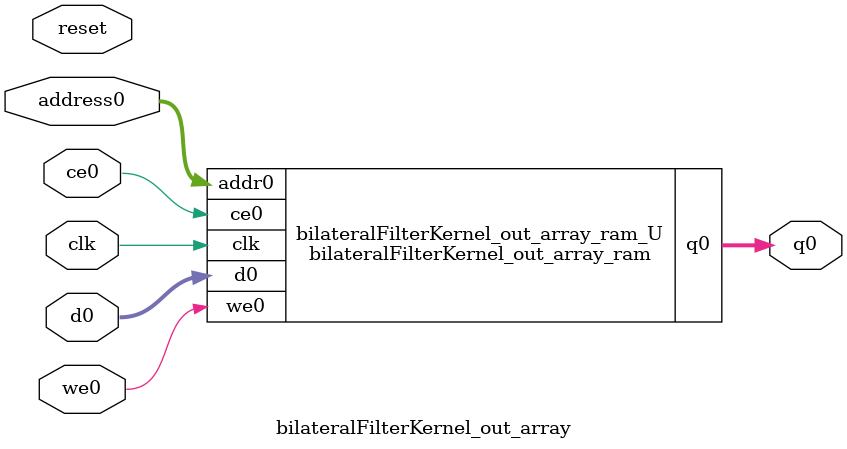
<source format=v>
`timescale 1 ns / 1 ps
module bilateralFilterKernel_out_array_ram (addr0, ce0, d0, we0, q0,  clk);

parameter DWIDTH = 32;
parameter AWIDTH = 9;
parameter MEM_SIZE = 320;

input[AWIDTH-1:0] addr0;
input ce0;
input[DWIDTH-1:0] d0;
input we0;
output reg[DWIDTH-1:0] q0;
input clk;

(* ram_style = "block" *)reg [DWIDTH-1:0] ram[0:MEM_SIZE-1];




always @(posedge clk)  
begin 
    if (ce0) 
    begin
        if (we0) 
        begin 
            ram[addr0] <= d0; 
        end 
        q0 <= ram[addr0];
    end
end


endmodule

`timescale 1 ns / 1 ps
module bilateralFilterKernel_out_array(
    reset,
    clk,
    address0,
    ce0,
    we0,
    d0,
    q0);

parameter DataWidth = 32'd32;
parameter AddressRange = 32'd320;
parameter AddressWidth = 32'd9;
input reset;
input clk;
input[AddressWidth - 1:0] address0;
input ce0;
input we0;
input[DataWidth - 1:0] d0;
output[DataWidth - 1:0] q0;



bilateralFilterKernel_out_array_ram bilateralFilterKernel_out_array_ram_U(
    .clk( clk ),
    .addr0( address0 ),
    .ce0( ce0 ),
    .we0( we0 ),
    .d0( d0 ),
    .q0( q0 ));

endmodule


</source>
